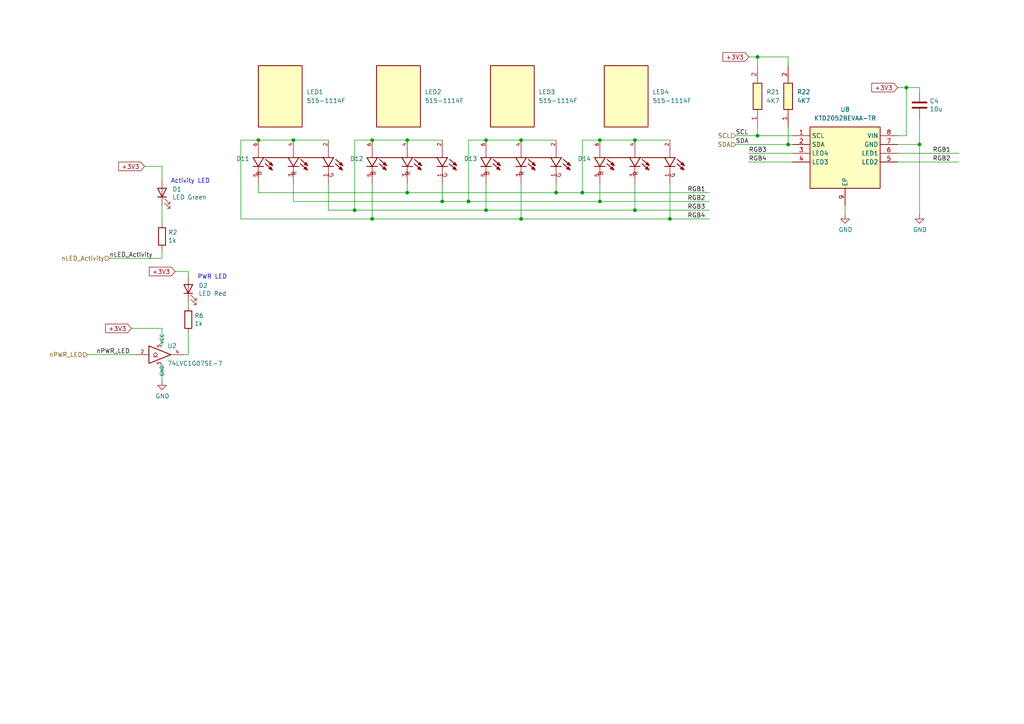
<source format=kicad_sch>
(kicad_sch (version 20230121) (generator eeschema)
  (paper "A4")
  (lib_symbols
    (symbol "19-337C_RSBHGHC-A88_4T:19-337C_RSBHGHC-A88_4T" (pin_names (offset 1.016))
      (property "Reference" "D" (at -7.6708 15.1638 0))
      (property "Value" "19-337C_RSBHGHC-A88_4T" (at -7.62 -15.24 0))
      (symbol "19-337C_RSBHGHC-A88_4T_0_0"
        (rectangle (start -2.54 -11.684) (end -2.54 11.684) (stroke (width 0.254)) (fill (type background)))
        (polyline (pts (xy -2.54 -11.684) (xy 0 -10.16)) (stroke (width 0.254)))
        (polyline (pts (xy -2.54 -10.16) (xy -5.08 -10.16)) (stroke (width 0.1524)))
        (polyline (pts (xy -2.54 -1.524) (xy 0 0)) (stroke (width 0.254)))
        (polyline (pts (xy -2.54 0) (xy -5.08 0)) (stroke (width 0.1524)))
        (polyline (pts (xy -2.54 8.636) (xy 0 10.16)) (stroke (width 0.254)))
        (polyline (pts (xy -2.54 10.16) (xy -5.08 10.16)) (stroke (width 0.1524)))
        (polyline (pts (xy -1.1176 -6.477) (xy -0.2286 -5.9944)) (stroke (width 0.254)))
        (polyline (pts (xy -1.1176 3.683) (xy -0.2286 4.1656)) (stroke (width 0.254)))
        (polyline (pts (xy -1.1176 13.843) (xy -0.2286 14.3256)) (stroke (width 0.254)))
        (polyline (pts (xy -0.9398 -6.5532) (xy -0.7112 -6.4008)) (stroke (width 0.254)))
        (polyline (pts (xy -0.9398 3.6068) (xy -0.7112 3.7592)) (stroke (width 0.254)))
        (polyline (pts (xy -0.9398 13.7668) (xy -0.7112 13.9192)) (stroke (width 0.254)))
        (polyline (pts (xy -0.5588 -6.9596) (xy -1.1176 -6.477)) (stroke (width 0.254)))
        (polyline (pts (xy -0.5588 -6.9596) (xy -0.5334 -6.223)) (stroke (width 0.254)))
        (polyline (pts (xy -0.5588 3.2004) (xy -1.1176 3.683)) (stroke (width 0.254)))
        (polyline (pts (xy -0.5588 3.2004) (xy -0.5334 3.937)) (stroke (width 0.254)))
        (polyline (pts (xy -0.5588 13.3604) (xy -1.1176 13.843)) (stroke (width 0.254)))
        (polyline (pts (xy -0.5588 13.3604) (xy -0.5334 14.097)) (stroke (width 0.254)))
        (polyline (pts (xy -0.5334 -6.223) (xy -0.6604 -6.223)) (stroke (width 0.254)))
        (polyline (pts (xy -0.5334 3.937) (xy -0.6604 3.937)) (stroke (width 0.254)))
        (polyline (pts (xy -0.5334 14.097) (xy -0.6604 14.097)) (stroke (width 0.254)))
        (polyline (pts (xy -0.2286 -5.9944) (xy -2.0066 -8.0264)) (stroke (width 0.254)))
        (polyline (pts (xy -0.2286 -5.9944) (xy -0.5588 -6.9596)) (stroke (width 0.254)))
        (polyline (pts (xy -0.2286 4.1656) (xy -2.0066 2.1336)) (stroke (width 0.254)))
        (polyline (pts (xy -0.2286 4.1656) (xy -0.5588 3.2004)) (stroke (width 0.254)))
        (polyline (pts (xy -0.2286 14.3256) (xy -2.0066 12.2936)) (stroke (width 0.254)))
        (polyline (pts (xy -0.2286 14.3256) (xy -0.5588 13.3604)) (stroke (width 0.254)))
        (polyline (pts (xy 0 -10.16) (xy -2.54 -8.636)) (stroke (width 0.254)))
        (polyline (pts (xy 0 -8.636) (xy 0 -11.684)) (stroke (width 0.254)))
        (polyline (pts (xy 0 0) (xy -2.54 1.524)) (stroke (width 0.254)))
        (polyline (pts (xy 0 1.524) (xy 0 -1.524)) (stroke (width 0.254)))
        (polyline (pts (xy 0 10.16) (xy -2.54 11.684)) (stroke (width 0.254)))
        (polyline (pts (xy 0 11.684) (xy 0 8.636)) (stroke (width 0.254)))
        (polyline (pts (xy 0.127 -6.5786) (xy 1.016 -6.096)) (stroke (width 0.254)))
        (polyline (pts (xy 0.127 3.5814) (xy 1.016 4.064)) (stroke (width 0.254)))
        (polyline (pts (xy 0.127 13.7414) (xy 1.016 14.224)) (stroke (width 0.254)))
        (polyline (pts (xy 0.3048 -6.6548) (xy 0.5334 -6.5024)) (stroke (width 0.254)))
        (polyline (pts (xy 0.3048 3.5052) (xy 0.5334 3.6576)) (stroke (width 0.254)))
        (polyline (pts (xy 0.3048 13.6652) (xy 0.5334 13.8176)) (stroke (width 0.254)))
        (polyline (pts (xy 0.6858 -7.0612) (xy 0.127 -6.5786)) (stroke (width 0.254)))
        (polyline (pts (xy 0.6858 -7.0612) (xy 0.7112 -6.3246)) (stroke (width 0.254)))
        (polyline (pts (xy 0.6858 3.0988) (xy 0.127 3.5814)) (stroke (width 0.254)))
        (polyline (pts (xy 0.6858 3.0988) (xy 0.7112 3.8354)) (stroke (width 0.254)))
        (polyline (pts (xy 0.6858 13.2588) (xy 0.127 13.7414)) (stroke (width 0.254)))
        (polyline (pts (xy 0.6858 13.2588) (xy 0.7112 13.9954)) (stroke (width 0.254)))
        (polyline (pts (xy 0.7112 -6.3246) (xy 0.5842 -6.3246)) (stroke (width 0.254)))
        (polyline (pts (xy 0.7112 3.8354) (xy 0.5842 3.8354)) (stroke (width 0.254)))
        (polyline (pts (xy 0.7112 13.9954) (xy 0.5842 13.9954)) (stroke (width 0.254)))
        (polyline (pts (xy 1.016 -6.096) (xy -0.762 -8.128)) (stroke (width 0.254)))
        (polyline (pts (xy 1.016 -6.096) (xy 0.6858 -7.0612)) (stroke (width 0.254)))
        (polyline (pts (xy 1.016 4.064) (xy -0.762 2.032)) (stroke (width 0.254)))
        (polyline (pts (xy 1.016 4.064) (xy 0.6858 3.0988)) (stroke (width 0.254)))
        (polyline (pts (xy 1.016 14.224) (xy -0.762 12.192)) (stroke (width 0.254)))
        (polyline (pts (xy 1.016 14.224) (xy 0.6858 13.2588)) (stroke (width 0.254)))
        (text "B" (at 1.27 -9.144 0) (effects (font (size 1.27 1.27)) (justify left bottom)))
        (text "G" (at 1.778 11.684 0) (effects (font (size 1.27 1.27)) (justify left bottom)))
        (text "R" (at 1.27 1.016 0) (effects (font (size 1.27 1.27)) (justify left bottom)))
        (pin passive line (at 5.08 10.16 180) (length 5.08) (name "~") (number "1"))
        (pin passive line (at -7.62 10.16 0) (length 2.54) (name "~") (number "2"))
        (pin passive line (at 5.08 0 180) (length 5.08) (name "~") (number "3"))
        (pin passive line (at -7.62 0 0) (length 2.54) (name "~") (number "4"))
        (pin passive line (at 5.08 -10.16 180) (length 5.08) (name "~") (number "5"))
        (pin passive line (at -7.62 -10.16 0) (length 2.54) (name "~") (number "6"))
      )
    )
    (symbol "CM4IO:74LVC1G07_copy"
      (property "Reference" "U" (at -2.54 3.81 0))
      (property "Value" "74LVC1G07_copy" (at 0 -3.81 0))
      (symbol "74LVC1G07_copy_0_1"
        (polyline (pts (xy -2.54 -0.635) (xy -1.27 -0.635)))
        (polyline (pts (xy -3.81 2.54) (xy -3.81 -2.54) (xy 2.54 0) (xy -3.81 2.54)) (stroke (width 0.254)))
        (polyline (pts (xy -1.905 0.635) (xy -2.54 0) (xy -1.905 -0.635) (xy -1.27 0) (xy -1.905 0.635)))
      )
      (symbol "74LVC1G07_copy_1_1"
        (pin input line (at -7.62 0 0) (length 3.81) (name "~") (number "2"))
        (pin power_in line (at 0 -2.54 270) (length 0) (name "GND") (number "3"))
        (pin open_collector line (at 6.35 0 180) (length 3.81) (name "~") (number "4"))
        (pin power_in line (at 0 2.54 90) (length 0) (name "VCC") (number "5"))
      )
    )
    (symbol "Device:C" (pin_numbers hide) (pin_names (offset 0.254))
      (property "Reference" "C" (at 0.635 2.54 0))
      (property "Value" "C" (at 0.635 -2.54 0))
      (symbol "C_0_1"
        (polyline (pts (xy -2.032 -0.762) (xy 2.032 -0.762)) (stroke (width 0.508)))
        (polyline (pts (xy -2.032 0.762) (xy 2.032 0.762)) (stroke (width 0.508)))
      )
      (symbol "C_1_1"
        (pin passive line (at 0 3.81 270) (length 2.794) (name "~") (number "1"))
        (pin passive line (at 0 -3.81 90) (length 2.794) (name "~") (number "2"))
      )
    )
    (symbol "Device:LED" (pin_numbers hide) (pin_names (offset 1.016) hide)
      (property "Reference" "D" (at 0 2.54 0))
      (property "Value" "LED" (at 0 -2.54 0))
      (symbol "LED_0_1"
        (polyline (pts (xy -1.27 -1.27) (xy -1.27 1.27)) (stroke (width 0.254)))
        (polyline (pts (xy -1.27 0) (xy 1.27 0)))
        (polyline (pts (xy 1.27 -1.27) (xy 1.27 1.27) (xy -1.27 0) (xy 1.27 -1.27)) (stroke (width 0.254)))
        (polyline (pts (xy -3.048 -0.762) (xy -4.572 -2.286) (xy -3.81 -2.286) (xy -4.572 -2.286) (xy -4.572 -1.524)))
        (polyline (pts (xy -1.778 -0.762) (xy -3.302 -2.286) (xy -2.54 -2.286) (xy -3.302 -2.286) (xy -3.302 -1.524)))
      )
      (symbol "LED_1_1"
        (pin passive line (at -3.81 0 0) (length 2.54) (name "K") (number "1"))
        (pin passive line (at 3.81 0 180) (length 2.54) (name "A") (number "2"))
      )
    )
    (symbol "Device:R" (pin_numbers hide) (pin_names (offset 0))
      (property "Reference" "R" (at 2.032 0 90))
      (property "Value" "R" (at 0 0 90))
      (symbol "R_0_1"
        (rectangle (start -1.016 -2.54) (end 1.016 2.54) (stroke (width 0.254)))
      )
      (symbol "R_1_1"
        (pin passive line (at 0 3.81 270) (length 1.27) (name "~") (number "1"))
        (pin passive line (at 0 -3.81 90) (length 1.27) (name "~") (number "2"))
      )
    )
    (symbol "SamacSys_Parts:515-1114F"
      (property "Reference" "LED" (at 19.05 7.62 0))
      (property "Value" "515-1114F" (at 19.05 5.08 0))
      (symbol "515-1114F_1_1"
        (rectangle (start 5.08 2.54) (end 17.78 -15.24) (stroke (width 0.254)) (fill (type background)))
      )
    )
    (symbol "SamacSys_Parts:KTD2052BEVAA-TR"
      (property "Reference" "U" (at 26.67 7.62 0))
      (property "Value" "KTD2052BEVAA-TR" (at 26.67 5.08 0))
      (symbol "KTD2052BEVAA-TR_1_1"
        (rectangle (start 5.08 2.54) (end 25.4 -15.24) (stroke (width 0.254)) (fill (type background)))
        (pin input line (at 0 0 0) (length 5.08) (name "SCL") (number "1"))
        (pin bidirectional line (at 0 -2.54 0) (length 5.08) (name "SDA") (number "2"))
        (pin output line (at 0 -5.08 0) (length 5.08) (name "LED4") (number "3"))
        (pin output line (at 0 -7.62 0) (length 5.08) (name "LED3") (number "4"))
        (pin output line (at 30.48 -7.62 180) (length 5.08) (name "LED2") (number "5"))
        (pin output line (at 30.48 -5.08 180) (length 5.08) (name "LED1") (number "6"))
        (pin passive line (at 30.48 -2.54 180) (length 5.08) (name "GND") (number "7"))
        (pin power_in line (at 30.48 0 180) (length 5.08) (name "VIN") (number "8"))
        (pin passive line (at 15.24 -20.32 90) (length 5.08) (name "EP") (number "9"))
      )
    )
    (symbol "SamacSys_Parts:MCS04020C4701FE000" (pin_names hide)
      (property "Reference" "R" (at 13.97 6.35 0))
      (property "Value" "4K7" (at 13.97 3.81 0))
      (symbol "MCS04020C4701FE000_1_1"
        (rectangle (start 5.08 1.27) (end 12.7 -1.27) (stroke (width 0.254)) (fill (type background)))
        (pin passive line (at 0 0 0) (length 5.08) (name "1") (number "1"))
        (pin passive line (at 17.78 0 180) (length 5.08) (name "2") (number "2"))
      )
    )
    (symbol "power:GND" (power) (pin_names (offset 0))
      (property "Value" "GND" (at 0 -3.81 0))
      (symbol "GND_0_1"
        (polyline (pts (xy 0 0) (xy 0 -1.27) (xy 1.27 -1.27) (xy 0 -2.54) (xy -1.27 -1.27) (xy 0 -1.27)))
      )
      (symbol "GND_1_1"
        (pin power_in line (at 0 0 270) (length 0) hide (name "GND") (number "1"))
      )
    )
  )
  (junction (at 85.09 40.64))
  (junction (at 74.93 40.64))
  (junction (at 184.15 40.64))
  (junction (at 262.89 25.4))
  (junction (at 228.6 41.91))
  (junction (at 102.87 60.96))
  (junction (at 140.97 40.64))
  (junction (at 107.95 40.64))
  (junction (at 266.7 41.91))
  (junction (at 140.97 60.96))
  (junction (at 173.99 40.64))
  (junction (at 118.11 40.64))
  (junction (at 219.71 16.51))
  (junction (at 135.89 58.42))
  (junction (at 173.99 58.42))
  (junction (at 107.95 63.5))
  (junction (at 118.11 55.88))
  (junction (at 128.27 58.42))
  (junction (at 151.13 63.5))
  (junction (at 151.13 40.64))
  (junction (at 219.71 39.37))
  (junction (at 161.29 55.88))
  (junction (at 168.91 55.88))
  (junction (at 184.15 60.96))
  (junction (at 194.31 63.5))
  (wire (pts (xy 46.99 74.93) (xy 46.99 72.39)))
  (wire (pts (xy 54.61 102.87) (xy 53.34 102.87)))
  (wire (pts (xy 46.99 105.41) (xy 46.99 110.49)))
  (wire (pts (xy 41.91 48.26) (xy 46.99 48.26)))
  (wire (pts (xy 74.93 40.64) (xy 85.09 40.64)))
  (wire (pts (xy 151.13 40.64) (xy 161.29 40.64)))
  (wire (pts (xy 54.61 78.74) (xy 50.8 78.74)))
  (wire (pts (xy 69.85 40.64) (xy 74.93 40.64)))
  (wire (pts (xy 245.11 59.69) (xy 245.11 62.23)))
  (wire (pts (xy 219.71 36.83) (xy 219.71 39.37)))
  (wire (pts (xy 74.93 55.88) (xy 118.11 55.88)))
  (wire (pts (xy 219.71 16.51) (xy 219.71 19.05)))
  (wire (pts (xy 107.95 53.34) (xy 107.95 63.5)))
  (wire (pts (xy 135.89 40.64) (xy 140.97 40.64)))
  (wire (pts (xy 260.35 39.37) (xy 262.89 39.37)))
  (wire (pts (xy 217.17 46.99) (xy 229.87 46.99)))
  (wire (pts (xy 107.95 40.64) (xy 118.11 40.64)))
  (wire (pts (xy 184.15 53.34) (xy 184.15 60.96)))
  (wire (pts (xy 266.7 25.4) (xy 266.7 26.67)))
  (wire (pts (xy 128.27 53.34) (xy 128.27 58.42)))
  (wire (pts (xy 46.99 59.69) (xy 46.99 64.77)))
  (wire (pts (xy 260.35 44.45) (xy 278.13 44.45)))
  (wire (pts (xy 85.09 40.64) (xy 95.25 40.64)))
  (wire (pts (xy 184.15 40.64) (xy 194.31 40.64)))
  (wire (pts (xy 217.17 16.51) (xy 219.71 16.51)))
  (wire (pts (xy 217.17 44.45) (xy 229.87 44.45)))
  (wire (pts (xy 168.91 55.88) (xy 205.74 55.88)))
  (wire (pts (xy 31.75 74.93) (xy 46.99 74.93)))
  (wire (pts (xy 213.36 39.37) (xy 219.71 39.37)))
  (wire (pts (xy 140.97 53.34) (xy 140.97 60.96)))
  (wire (pts (xy 161.29 55.88) (xy 168.91 55.88)))
  (wire (pts (xy 266.7 41.91) (xy 260.35 41.91)))
  (wire (pts (xy 54.61 80.01) (xy 54.61 78.74)))
  (wire (pts (xy 228.6 36.83) (xy 228.6 41.91)))
  (wire (pts (xy 85.09 53.34) (xy 85.09 58.42)))
  (wire (pts (xy 102.87 40.64) (xy 107.95 40.64)))
  (wire (pts (xy 107.95 63.5) (xy 69.85 63.5)))
  (wire (pts (xy 25.4 102.87) (xy 39.37 102.87)))
  (wire (pts (xy 260.35 46.99) (xy 278.13 46.99)))
  (wire (pts (xy 168.91 40.64) (xy 173.99 40.64)))
  (wire (pts (xy 168.91 40.64) (xy 168.91 55.88)))
  (wire (pts (xy 262.89 25.4) (xy 260.35 25.4)))
  (wire (pts (xy 213.36 41.91) (xy 228.6 41.91)))
  (wire (pts (xy 173.99 58.42) (xy 205.74 58.42)))
  (wire (pts (xy 85.09 58.42) (xy 128.27 58.42)))
  (wire (pts (xy 151.13 63.5) (xy 194.31 63.5)))
  (wire (pts (xy 54.61 96.52) (xy 54.61 102.87)))
  (wire (pts (xy 140.97 40.64) (xy 151.13 40.64)))
  (wire (pts (xy 228.6 41.91) (xy 229.87 41.91)))
  (wire (pts (xy 262.89 39.37) (xy 262.89 25.4)))
  (wire (pts (xy 173.99 53.34) (xy 173.99 58.42)))
  (wire (pts (xy 95.25 53.34) (xy 95.25 60.96)))
  (wire (pts (xy 118.11 40.64) (xy 128.27 40.64)))
  (wire (pts (xy 135.89 58.42) (xy 173.99 58.42)))
  (wire (pts (xy 118.11 53.34) (xy 118.11 55.88)))
  (wire (pts (xy 74.93 53.34) (xy 74.93 55.88)))
  (wire (pts (xy 266.7 41.91) (xy 266.7 62.23)))
  (wire (pts (xy 95.25 60.96) (xy 102.87 60.96)))
  (wire (pts (xy 194.31 53.34) (xy 194.31 63.5)))
  (wire (pts (xy 266.7 34.29) (xy 266.7 41.91)))
  (wire (pts (xy 194.31 63.5) (xy 205.74 63.5)))
  (wire (pts (xy 140.97 60.96) (xy 184.15 60.96)))
  (wire (pts (xy 184.15 60.96) (xy 205.74 60.96)))
  (wire (pts (xy 161.29 53.34) (xy 161.29 55.88)))
  (wire (pts (xy 219.71 39.37) (xy 229.87 39.37)))
  (wire (pts (xy 69.85 63.5) (xy 69.85 40.64)))
  (wire (pts (xy 228.6 16.51) (xy 228.6 19.05)))
  (wire (pts (xy 46.99 100.33) (xy 46.99 95.25)))
  (wire (pts (xy 102.87 40.64) (xy 102.87 60.96)))
  (wire (pts (xy 54.61 87.63) (xy 54.61 88.9)))
  (wire (pts (xy 135.89 40.64) (xy 135.89 58.42)))
  (wire (pts (xy 118.11 55.88) (xy 161.29 55.88)))
  (wire (pts (xy 102.87 60.96) (xy 140.97 60.96)))
  (wire (pts (xy 173.99 40.64) (xy 184.15 40.64)))
  (wire (pts (xy 128.27 58.42) (xy 135.89 58.42)))
  (wire (pts (xy 262.89 25.4) (xy 266.7 25.4)))
  (wire (pts (xy 151.13 53.34) (xy 151.13 63.5)))
  (wire (pts (xy 107.95 63.5) (xy 151.13 63.5)))
  (wire (pts (xy 46.99 52.07) (xy 46.99 48.26)))
  (wire (pts (xy 46.99 95.25) (xy 38.1 95.25)))
  (wire (pts (xy 219.71 16.51) (xy 228.6 16.51)))
  (text "PWR LED" (at 57.277 81.153 0) (effects (font (size 1.27 1.27)) (justify left bottom)))
  (text "Activity LED" (at 49.53 53.34 0) (effects (font (size 1.27 1.27)) (justify left bottom)))
  (label "RGB4" (at 199.39 63.5 0))
  (label "RGB1" (at 199.39 55.88 0))
  (label "nLED_Activity" (at 31.75 74.93 0))
  (label "SDA" (at 213.36 41.91 0))
  (label "SCL" (at 213.36 39.37 0))
  (label "RGB2" (at 199.39 58.42 0))
  (label "RGB3" (at 217.17 44.45 0))
  (label "RGB1" (at 270.51 44.45 0))
  (label "RGB3" (at 199.39 60.96 0))
  (label "RGB4" (at 217.17 46.99 0))
  (label "RGB2" (at 270.51 46.99 0))
  (label "nPWR_LED" (at 27.94 102.87 0))
  (global_label "+3V3" (shape input) (at 217.17 16.51 180) (property "Intersheetrefs" "${INTERSHEET_REFS}" (effects hide)))
  (global_label "+3V3" (shape input) (at 50.8 78.74 180) (property "Intersheetrefs" "${INTERSHEET_REFS}" (effects hide)))
  (global_label "+3V3" (shape input) (at 260.35 25.4 180) (property "Intersheetrefs" "${INTERSHEET_REFS}" (effects hide)))
  (global_label "+3V3" (shape input) (at 41.91 48.26 180) (property "Intersheetrefs" "${INTERSHEET_REFS}" (effects hide)))
  (global_label "+3V3" (shape input) (at 38.1 95.25 180) (property "Intersheetrefs" "${INTERSHEET_REFS}" (effects hide)))
  (hierarchical_label "nPWR_LED" (shape input) (at 25.4 102.87 180))
  (hierarchical_label "nLED_Activity" (shape input) (at 31.75 74.93 180))
  (hierarchical_label "SCL" (shape input) (at 213.36 39.37 180))
  (hierarchical_label "SDA" (shape input) (at 213.36 41.91 180))
  (symbol (lib_id "Device:R") (at 46.99 68.58 0) (unit 1)
    (property "Reference" "R2" (at 48.768 67.4116 0) (effects (justify left)))
    (property "Value" "1k" (at 48.768 69.723 0) (effects (justify left)))
    (property "Footprint" "Resistor_SMD:R_0603_1608Metric_Pad0.98x0.95mm_HandSolder" (effects hide))
    (property "Manufacturer" "Yageo" (effects hide))
    (property "MPN" "RC0603FR-071KL" (effects hide))
    (property "Digi-Key_PN" "311-1.00KHRCT-ND" (effects hide))
    (instances (project "rpi-cm4-base-carrier" (path "" (reference "R2") (unit 1)) (path "" (reference "R19") (unit 1))))
  )
  (symbol (lib_id "power:GND") (at 245.11 62.23 0) (unit 1)
    (property "Reference" "#PWR013" (effects hide))
    (property "Value" "GND" (at 245.237 66.6242 0))
    (instances (project "rpi-cm4-base-carrier" (path "" (reference "#PWR013") (unit 1)) (path "" (reference "#PWR062") (unit 1))))
  )
  (symbol (lib_id "Device:LED") (at 46.99 55.88 90) (unit 1)
    (property "Reference" "D1" (at 49.9618 54.8894 90) (effects (justify right)))
    (property "Value" "LED Green" (at 49.9618 57.2008 90) (effects (justify right)))
    (property "Footprint" "LED_SMD:LED_0603_1608Metric" (effects hide))
    (property "Part Description" "	Green 572nm LED Indication - Discrete 2.2V 2-SMD, No Lead" (effects hide))
    (property "Manufacturer" "Lite-On Inc." (effects hide))
    (property "MPN" "LTST-S270KGKT" (effects hide))
    (property "Digi-Key_PN" "160-1478-1-ND" (effects hide))
    (instances (project "rpi-cm4-base-carrier" (path "" (reference "D1") (unit 1)) (path "" (reference "D9") (unit 1))))
  )
  (symbol (lib_id "power:GND") (at 266.7 62.23 0) (unit 1)
    (property "Reference" "#PWR013" (effects hide))
    (property "Value" "GND" (at 266.827 66.6242 0))
    (instances (project "rpi-cm4-base-carrier" (path "" (reference "#PWR013") (unit 1)) (path "" (reference "#PWR063") (unit 1))))
  )
  (symbol (lib_id "SamacSys_Parts:515-1114F") (at 170.18 21.59 0) (unit 1)
    (property "Reference" "LED4" (at 189.23 26.67 0) (effects (justify left)))
    (property "Value" "515-1114F" (at 189.23 29.21 0) (effects (justify left)))
    (property "Footprint" "SamacSys_Parts:515-1114F" (effects hide))
    (property "Datasheet" "https://componentsearchengine.com/Datasheets/1/515-1114F.pdf" (effects hide))
    (property "Mouser Part Number" "645-515-1114F" (effects hide))
    (property "Mouser Price/Stock" "https://www.mouser.com/Search/Refine.aspx?Keyword=645-515-1114F" (effects hide))
    (property "Manufacturer_Name" "Dialight" (effects hide))
    (property "Manufacturer_Part_Number" "515-1114F" (effects hide))
  )
  (symbol (lib_id "19-337C_RSBHGHC-A88_4T:19-337C_RSBHGHC-A88_4T") (at 118.11 48.26 270) (unit 1)
    (property "Reference" "D12" (at 105.41 46.0471 90) (effects (justify right)))
    (property "Value" "19-337C_RSBHGHC-A88_4T" (effects hide))
    (property "Footprint" "19_337C_RSBHGHC_A88_4T:LED_19-337C_RSBHGHC-A88_4T" (effects hide))
    (property "PARTREV" "2" (effects hide))
    (property "MANUFACTURER" "Everlight" (effects hide))
    (property "MAXIMUM_PACKAGE_HEIGHT" "0.5mm" (effects hide))
    (property "STANDARD" "Manufacturer Recommendations" (effects hide))
  )
  (symbol (lib_id "Device:C") (at 266.7 30.48 0) (unit 1)
    (property "Reference" "C4" (at 269.621 29.3116 0) (effects (justify left)))
    (property "Value" "10u" (at 269.621 31.623 0) (effects (justify left)))
    (property "Footprint" "Capacitor_SMD:C_0805_2012Metric" (effects hide))
    (property "Datasheet" "https://search.murata.co.jp/Ceramy/image/img/A01X/G101/ENG/GRM21BR71A106KA73-01.pdf" (effects hide))
    (property "Field5" "490-14381-1-ND" (effects hide))
    (property "Field4" "Digikey" (effects hide))
    (property "Field6" "GRM21BR71A106KA73L" (effects hide))
    (property "Field7" "Murata" (effects hide))
    (property "Part Description" "	10uF 10% 10V Ceramic Capacitor X7R 0805 (2012 Metric)" (effects hide))
    (property "Field8" "111893011" (effects hide))
    (instances (project "rpi-cm4-base-carrier" (path "" (reference "C4") (unit 1)) (path "" (reference "C32") (unit 1))) (project "CM4IOv5" (path "" (reference "C5") (unit 1))))
  )
  (symbol (lib_id "SamacSys_Parts:515-1114F") (at 104.14 21.59 0) (unit 1)
    (property "Reference" "LED2" (at 123.19 26.67 0) (effects (justify left)))
    (property "Value" "515-1114F" (at 123.19 29.21 0) (effects (justify left)))
    (property "Footprint" "SamacSys_Parts:515-1114F" (effects hide))
    (property "Datasheet" "https://componentsearchengine.com/Datasheets/1/515-1114F.pdf" (effects hide))
    (property "Mouser Part Number" "645-515-1114F" (effects hide))
    (property "Mouser Price/Stock" "https://www.mouser.com/Search/Refine.aspx?Keyword=645-515-1114F" (effects hide))
    (property "Manufacturer_Name" "Dialight" (effects hide))
    (property "Manufacturer_Part_Number" "515-1114F" (effects hide))
  )
  (symbol (lib_id "SamacSys_Parts:515-1114F") (at 69.85 21.59 0) (unit 1)
    (property "Reference" "LED1" (at 88.9 26.67 0) (effects (justify left)))
    (property "Value" "515-1114F" (at 88.9 29.21 0) (effects (justify left)))
    (property "Footprint" "SamacSys_Parts:515-1114F" (effects hide))
    (property "Datasheet" "https://componentsearchengine.com/Datasheets/1/515-1114F.pdf" (effects hide))
    (property "Mouser Part Number" "645-515-1114F" (effects hide))
    (property "Mouser Price/Stock" "https://www.mouser.com/Search/Refine.aspx?Keyword=645-515-1114F" (effects hide))
    (property "Manufacturer_Name" "Dialight" (effects hide))
    (property "Manufacturer_Part_Number" "515-1114F" (effects hide))
  )
  (symbol (lib_id "SamacSys_Parts:515-1114F") (at 137.16 21.59 0) (unit 1)
    (property "Reference" "LED3" (at 156.21 26.67 0) (effects (justify left)))
    (property "Value" "515-1114F" (at 156.21 29.21 0) (effects (justify left)))
    (property "Footprint" "SamacSys_Parts:515-1114F" (effects hide))
    (property "Datasheet" "https://componentsearchengine.com/Datasheets/1/515-1114F.pdf" (effects hide))
    (property "Mouser Part Number" "645-515-1114F" (effects hide))
    (property "Mouser Price/Stock" "https://www.mouser.com/Search/Refine.aspx?Keyword=645-515-1114F" (effects hide))
    (property "Manufacturer_Name" "Dialight" (effects hide))
    (property "Manufacturer_Part_Number" "515-1114F" (effects hide))
  )
  (symbol (lib_id "Device:LED") (at 54.61 83.82 90) (unit 1)
    (property "Reference" "D2" (at 57.5818 82.8294 90) (effects (justify right)))
    (property "Value" "LED Red" (at 57.5818 85.1408 90) (effects (justify right)))
    (property "Footprint" "LED_SMD:LED_0603_1608Metric" (effects hide))
    (property "Part Description" "	Red 620nm LED Indication - Discrete 2.2V 2-SMD, No Lead" (effects hide))
    (property "Manufacturer" "Lite-On Inc." (effects hide))
    (property "MPN" "LTST-S270KRKT" (effects hide))
    (property "Digi-Key_PN" "160-1479-1-ND" (effects hide))
    (instances (project "rpi-cm4-base-carrier" (path "" (reference "D2") (unit 1)) (path "" (reference "D10") (unit 1))))
  )
  (symbol (lib_id "power:GND") (at 46.99 110.49 0) (unit 1)
    (property "Reference" "#PWR013" (effects hide))
    (property "Value" "GND" (at 47.117 114.8842 0))
    (instances (project "rpi-cm4-base-carrier" (path "" (reference "#PWR013") (unit 1)) (path "" (reference "#PWR061") (unit 1))))
  )
  (symbol (lib_id "19-337C_RSBHGHC-A88_4T:19-337C_RSBHGHC-A88_4T") (at 85.09 48.26 270) (unit 1)
    (property "Reference" "D11" (at 72.39 46.0471 90) (effects (justify right)))
    (property "Value" "19-337C_RSBHGHC-A88_4T" (effects hide))
    (property "Footprint" "19_337C_RSBHGHC_A88_4T:LED_19-337C_RSBHGHC-A88_4T" (effects hide))
    (property "PARTREV" "2" (effects hide))
    (property "MANUFACTURER" "Everlight" (effects hide))
    (property "MAXIMUM_PACKAGE_HEIGHT" "0.5mm" (effects hide))
    (property "STANDARD" "Manufacturer Recommendations" (effects hide))
  )
  (symbol (lib_id "19-337C_RSBHGHC-A88_4T:19-337C_RSBHGHC-A88_4T") (at 151.13 48.26 270) (unit 1)
    (property "Reference" "D13" (at 138.43 46.0471 90) (effects (justify right)))
    (property "Value" "19-337C_RSBHGHC-A88_4T" (effects hide))
    (property "Footprint" "19_337C_RSBHGHC_A88_4T:LED_19-337C_RSBHGHC-A88_4T" (effects hide))
    (property "PARTREV" "2" (effects hide))
    (property "MANUFACTURER" "Everlight" (effects hide))
    (property "MAXIMUM_PACKAGE_HEIGHT" "0.5mm" (effects hide))
    (property "STANDARD" "Manufacturer Recommendations" (effects hide))
  )
  (symbol (lib_id "SamacSys_Parts:MCS04020C4701FE000") (at 228.6 36.83 90) (unit 1)
    (property "Reference" "R22" (at 231.14 26.67 90) (effects (justify right)))
    (property "Value" "4K7" (at 231.14 29.21 90) (effects (justify right)))
    (property "Footprint" "SamacSys_Parts:RESC1005X37N" (effects hide))
    (property "Datasheet" "http://www.vishay.com/docs/28705/mcx0x0xpro.pdf" (effects hide))
    (property "Height" "0.37" (effects hide))
    (property "Mouser Part Number" "594-MCS04020C4701FE0" (effects hide))
    (property "Mouser Price/Stock" "https://www.mouser.co.uk/ProductDetail/Vishay-Beyschlag/MCS04020C4701FE000?qs=wTZ%2FFzl837ZcJxw4gRO3jA%3D%3D" (effects hide))
    (property "Manufacturer_Name" "Vishay" (effects hide))
    (property "Manufacturer_Part_Number" "MCS04020C4701FE000" (effects hide))
  )
  (symbol (lib_id "SamacSys_Parts:KTD2052BEVAA-TR") (at 229.87 39.37 0) (unit 1)
    (property "Reference" "U8" (at 245.11 31.75 0))
    (property "Value" "KTD2052BEVAA-TR" (at 245.11 34.29 0))
    (property "Footprint" "SON50P200X200X58-9N" (effects hide))
    (property "Datasheet" "https://www.mouser.co.za/datasheet/2/936/KTD2052_04b-2887351.pdf" (effects hide))
    (property "Height" "0.58" (effects hide))
    (property "Mouser Part Number" "389-KTD2052AEVAA-TR" (effects hide))
    (property "Mouser Price/Stock" "https://www.mouser.co.uk/ProductDetail/Kinetic-Technologies/KTD2052AEVAA-TR?qs=7D1LtPJG0i0I4rc9m%252B1GHA%3D%3D" (effects hide))
    (property "Manufacturer_Name" "Kinetic Technologies" (effects hide))
    (property "Manufacturer_Part_Number" "KTD2052AEVAA-TR" (effects hide))
  )
  (symbol (lib_id "Device:R") (at 54.61 92.71 0) (unit 1)
    (property "Reference" "R6" (at 56.388 91.5416 0) (effects (justify left)))
    (property "Value" "1k" (at 56.388 93.853 0) (effects (justify left)))
    (property "Footprint" "Resistor_SMD:R_0603_1608Metric_Pad0.98x0.95mm_HandSolder" (effects hide))
    (property "Manufacturer" "Yageo" (effects hide))
    (property "MPN" "RC0603FR-071KL" (effects hide))
    (property "Digi-Key_PN" "311-1.00KHRCT-ND" (effects hide))
    (instances (project "rpi-cm4-base-carrier" (path "" (reference "R6") (unit 1)) (path "" (reference "R20") (unit 1))))
  )
  (symbol (lib_id "SamacSys_Parts:MCS04020C4701FE000") (at 219.71 36.83 90) (unit 1)
    (property "Reference" "R21" (at 222.25 26.67 90) (effects (justify right)))
    (property "Value" "4K7" (at 222.25 29.21 90) (effects (justify right)))
    (property "Footprint" "SamacSys_Parts:RESC1005X37N" (effects hide))
    (property "Datasheet" "http://www.vishay.com/docs/28705/mcx0x0xpro.pdf" (effects hide))
    (property "Height" "0.37" (effects hide))
    (property "Mouser Part Number" "594-MCS04020C4701FE0" (effects hide))
    (property "Mouser Price/Stock" "https://www.mouser.co.uk/ProductDetail/Vishay-Beyschlag/MCS04020C4701FE000?qs=wTZ%2FFzl837ZcJxw4gRO3jA%3D%3D" (effects hide))
    (property "Manufacturer_Name" "Vishay" (effects hide))
    (property "Manufacturer_Part_Number" "MCS04020C4701FE000" (effects hide))
  )
  (symbol (lib_id "19-337C_RSBHGHC-A88_4T:19-337C_RSBHGHC-A88_4T") (at 184.15 48.26 270) (unit 1)
    (property "Reference" "D14" (at 171.45 46.0471 90) (effects (justify right)))
    (property "Value" "19-337C_RSBHGHC-A88_4T" (effects hide))
    (property "Footprint" "19_337C_RSBHGHC_A88_4T:LED_19-337C_RSBHGHC-A88_4T" (effects hide))
    (property "PARTREV" "2" (effects hide))
    (property "MANUFACTURER" "Everlight" (effects hide))
    (property "MAXIMUM_PACKAGE_HEIGHT" "0.5mm" (effects hide))
    (property "STANDARD" "Manufacturer Recommendations" (effects hide))
  )
  (symbol (lib_id "CM4IO:74LVC1G07_copy") (at 46.99 102.87 0) (unit 1)
    (property "Reference" "U2" (at 48.514 100.33 0) (effects (justify left)))
    (property "Value" "74LVC1G07SE-7" (at 48.514 105.41 0) (effects (justify left)))
    (property "Footprint" "Package_TO_SOT_SMD:SOT-353_SC-70-5" (effects hide))
    (property "Datasheet" "http://www.ti.com/lit/sg/scyt129e/scyt129e.pdf" (effects hide))
    (property "Part Description" "Buffer, Non-Inverting 1 Element 1 Bit per Element Open Drain Output SOT-353" (effects hide))
    (property "Manufacturer" "Diodes Incorporated" (effects hide))
    (property "MPN" "74LVC1G07SE-7" (effects hide))
    (property "Digi-Key_PN" "74LVC1G07SE-7DICT-ND" (effects hide))
    (instances (project "rpi-cm4-base-carrier" (path "" (reference "U2") (unit 1)) (path "" (reference "U7") (unit 1))))
  )
)
</source>
